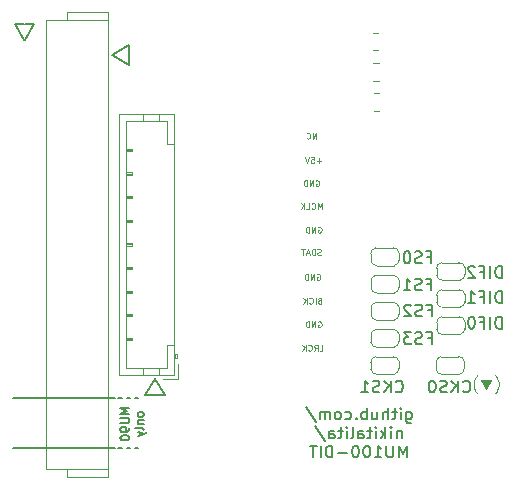
<source format=gbo>
G04 #@! TF.GenerationSoftware,KiCad,Pcbnew,(6.0.1)*
G04 #@! TF.CreationDate,2022-07-04T23:19:22-07:00*
G04 #@! TF.ProjectId,mu100-dit,6d753130-302d-4646-9974-2e6b69636164,rev?*
G04 #@! TF.SameCoordinates,Original*
G04 #@! TF.FileFunction,Legend,Bot*
G04 #@! TF.FilePolarity,Positive*
%FSLAX46Y46*%
G04 Gerber Fmt 4.6, Leading zero omitted, Abs format (unit mm)*
G04 Created by KiCad (PCBNEW (6.0.1)) date 2022-07-04 23:19:22*
%MOMM*%
%LPD*%
G01*
G04 APERTURE LIST*
%ADD10C,0.125000*%
%ADD11C,0.150000*%
%ADD12C,0.100000*%
%ADD13C,0.120000*%
%ADD14O,1.800000X1.200000*%
%ADD15R,1.350000X1.350000*%
%ADD16O,1.350000X1.350000*%
%ADD17O,1.750000X1.200000*%
%ADD18C,3.600000*%
%ADD19C,5.700000*%
%ADD20C,1.524000*%
%ADD21C,3.200000*%
%ADD22O,1.700000X1.700000*%
%ADD23R,1.700000X1.700000*%
G04 APERTURE END LIST*
D10*
X79282857Y-90826190D02*
X79282857Y-90326190D01*
X78997142Y-90826190D01*
X78997142Y-90326190D01*
X78473333Y-90778571D02*
X78497142Y-90802380D01*
X78568571Y-90826190D01*
X78616190Y-90826190D01*
X78687619Y-90802380D01*
X78735238Y-90754761D01*
X78759047Y-90707142D01*
X78782857Y-90611904D01*
X78782857Y-90540476D01*
X78759047Y-90445238D01*
X78735238Y-90397619D01*
X78687619Y-90350000D01*
X78616190Y-90326190D01*
X78568571Y-90326190D01*
X78497142Y-90350000D01*
X78473333Y-90373809D01*
D11*
X64804400Y-112563800D02*
X65634400Y-112563800D01*
X65634400Y-111153800D02*
X64814400Y-112553800D01*
X62230400Y-116975800D02*
X53630400Y-116975800D01*
X64230400Y-112775800D02*
X63930400Y-112775800D01*
X66479400Y-112563800D02*
X65664400Y-111183800D01*
X64230400Y-116975800D02*
X63930400Y-116975800D01*
X62830400Y-112775800D02*
X62530400Y-112775800D01*
X63413400Y-82912000D02*
X62033400Y-83727000D01*
X53758400Y-81097000D02*
X54573400Y-82477000D01*
X63413400Y-83742000D02*
X63413400Y-82912000D01*
X62003400Y-83757000D02*
X63403400Y-84577000D01*
X63530400Y-116975800D02*
X63230400Y-116975800D01*
X63530400Y-112775800D02*
X63230400Y-112775800D01*
X63413400Y-84587000D02*
X63413400Y-83757000D01*
X63465935Y-113618657D02*
X62715935Y-113618657D01*
X63251650Y-113868657D01*
X62715935Y-114118657D01*
X63465935Y-114118657D01*
X62715935Y-114475800D02*
X63323078Y-114475800D01*
X63394507Y-114511514D01*
X63430221Y-114547228D01*
X63465935Y-114618657D01*
X63465935Y-114761514D01*
X63430221Y-114832942D01*
X63394507Y-114868657D01*
X63323078Y-114904371D01*
X62715935Y-114904371D01*
X63465935Y-115297228D02*
X63465935Y-115440085D01*
X63430221Y-115511514D01*
X63394507Y-115547228D01*
X63287364Y-115618657D01*
X63144507Y-115654371D01*
X62858792Y-115654371D01*
X62787364Y-115618657D01*
X62751650Y-115582942D01*
X62715935Y-115511514D01*
X62715935Y-115368657D01*
X62751650Y-115297228D01*
X62787364Y-115261514D01*
X62858792Y-115225800D01*
X63037364Y-115225800D01*
X63108792Y-115261514D01*
X63144507Y-115297228D01*
X63180221Y-115368657D01*
X63180221Y-115511514D01*
X63144507Y-115582942D01*
X63108792Y-115618657D01*
X63037364Y-115654371D01*
X62715935Y-116118657D02*
X62715935Y-116190085D01*
X62751650Y-116261514D01*
X62787364Y-116297228D01*
X62858792Y-116332942D01*
X63001650Y-116368657D01*
X63180221Y-116368657D01*
X63323078Y-116332942D01*
X63394507Y-116297228D01*
X63430221Y-116261514D01*
X63465935Y-116190085D01*
X63465935Y-116118657D01*
X63430221Y-116047228D01*
X63394507Y-116011514D01*
X63323078Y-115975800D01*
X63180221Y-115940085D01*
X63001650Y-115940085D01*
X62858792Y-115975800D01*
X62787364Y-116011514D01*
X62751650Y-116047228D01*
X62715935Y-116118657D01*
X64673435Y-114100800D02*
X64637721Y-114029371D01*
X64602007Y-113993657D01*
X64530578Y-113957942D01*
X64316292Y-113957942D01*
X64244864Y-113993657D01*
X64209150Y-114029371D01*
X64173435Y-114100800D01*
X64173435Y-114207942D01*
X64209150Y-114279371D01*
X64244864Y-114315085D01*
X64316292Y-114350800D01*
X64530578Y-114350800D01*
X64602007Y-114315085D01*
X64637721Y-114279371D01*
X64673435Y-114207942D01*
X64673435Y-114100800D01*
X64173435Y-114672228D02*
X64673435Y-114672228D01*
X64244864Y-114672228D02*
X64209150Y-114707942D01*
X64173435Y-114779371D01*
X64173435Y-114886514D01*
X64209150Y-114957942D01*
X64280578Y-114993657D01*
X64673435Y-114993657D01*
X64673435Y-115457942D02*
X64637721Y-115386514D01*
X64566292Y-115350800D01*
X63923435Y-115350800D01*
X64173435Y-115672228D02*
X64673435Y-115850800D01*
X64173435Y-116029371D02*
X64673435Y-115850800D01*
X64852007Y-115779371D01*
X64887721Y-115743657D01*
X64923435Y-115672228D01*
X54588400Y-81097000D02*
X53758400Y-81097000D01*
X62230400Y-112775800D02*
X53630400Y-112775800D01*
X55433400Y-81097000D02*
X54603400Y-81097000D01*
X65649400Y-112563800D02*
X66479400Y-112563800D01*
X62830400Y-116975800D02*
X62530400Y-116975800D01*
X54603400Y-82507000D02*
X55423400Y-81107000D01*
D10*
X79260952Y-94372000D02*
X79308571Y-94348190D01*
X79380000Y-94348190D01*
X79451428Y-94372000D01*
X79499047Y-94419619D01*
X79522857Y-94467238D01*
X79546666Y-94562476D01*
X79546666Y-94633904D01*
X79522857Y-94729142D01*
X79499047Y-94776761D01*
X79451428Y-94824380D01*
X79380000Y-94848190D01*
X79332380Y-94848190D01*
X79260952Y-94824380D01*
X79237142Y-94800571D01*
X79237142Y-94633904D01*
X79332380Y-94633904D01*
X79022857Y-94848190D02*
X79022857Y-94348190D01*
X78737142Y-94848190D01*
X78737142Y-94348190D01*
X78499047Y-94848190D02*
X78499047Y-94348190D01*
X78380000Y-94348190D01*
X78308571Y-94372000D01*
X78260952Y-94419619D01*
X78237142Y-94467238D01*
X78213333Y-94562476D01*
X78213333Y-94633904D01*
X78237142Y-94729142D01*
X78260952Y-94776761D01*
X78308571Y-94824380D01*
X78380000Y-94848190D01*
X78499047Y-94848190D01*
X79460952Y-106302000D02*
X79508571Y-106278190D01*
X79580000Y-106278190D01*
X79651428Y-106302000D01*
X79699047Y-106349619D01*
X79722857Y-106397238D01*
X79746666Y-106492476D01*
X79746666Y-106563904D01*
X79722857Y-106659142D01*
X79699047Y-106706761D01*
X79651428Y-106754380D01*
X79580000Y-106778190D01*
X79532380Y-106778190D01*
X79460952Y-106754380D01*
X79437142Y-106730571D01*
X79437142Y-106563904D01*
X79532380Y-106563904D01*
X79222857Y-106778190D02*
X79222857Y-106278190D01*
X78937142Y-106778190D01*
X78937142Y-106278190D01*
X78699047Y-106778190D02*
X78699047Y-106278190D01*
X78580000Y-106278190D01*
X78508571Y-106302000D01*
X78460952Y-106349619D01*
X78437142Y-106397238D01*
X78413333Y-106492476D01*
X78413333Y-106563904D01*
X78437142Y-106659142D01*
X78460952Y-106706761D01*
X78508571Y-106754380D01*
X78580000Y-106778190D01*
X78699047Y-106778190D01*
X79575238Y-108778190D02*
X79813333Y-108778190D01*
X79813333Y-108278190D01*
X79122857Y-108778190D02*
X79289523Y-108540095D01*
X79408571Y-108778190D02*
X79408571Y-108278190D01*
X79218095Y-108278190D01*
X79170476Y-108302000D01*
X79146666Y-108325809D01*
X79122857Y-108373428D01*
X79122857Y-108444857D01*
X79146666Y-108492476D01*
X79170476Y-108516285D01*
X79218095Y-108540095D01*
X79408571Y-108540095D01*
X78622857Y-108730571D02*
X78646666Y-108754380D01*
X78718095Y-108778190D01*
X78765714Y-108778190D01*
X78837142Y-108754380D01*
X78884761Y-108706761D01*
X78908571Y-108659142D01*
X78932380Y-108563904D01*
X78932380Y-108492476D01*
X78908571Y-108397238D01*
X78884761Y-108349619D01*
X78837142Y-108302000D01*
X78765714Y-108278190D01*
X78718095Y-108278190D01*
X78646666Y-108302000D01*
X78622857Y-108325809D01*
X78408571Y-108778190D02*
X78408571Y-108278190D01*
X78122857Y-108778190D02*
X78337142Y-108492476D01*
X78122857Y-108278190D02*
X78408571Y-108563904D01*
D11*
X91722857Y-112209142D02*
X91770476Y-112256761D01*
X91913333Y-112304380D01*
X92008571Y-112304380D01*
X92151428Y-112256761D01*
X92246666Y-112161523D01*
X92294285Y-112066285D01*
X92341904Y-111875809D01*
X92341904Y-111732952D01*
X92294285Y-111542476D01*
X92246666Y-111447238D01*
X92151428Y-111352000D01*
X92008571Y-111304380D01*
X91913333Y-111304380D01*
X91770476Y-111352000D01*
X91722857Y-111399619D01*
X91294285Y-112304380D02*
X91294285Y-111304380D01*
X90722857Y-112304380D02*
X91151428Y-111732952D01*
X90722857Y-111304380D02*
X91294285Y-111875809D01*
X90341904Y-112256761D02*
X90199047Y-112304380D01*
X89960952Y-112304380D01*
X89865714Y-112256761D01*
X89818095Y-112209142D01*
X89770476Y-112113904D01*
X89770476Y-112018666D01*
X89818095Y-111923428D01*
X89865714Y-111875809D01*
X89960952Y-111828190D01*
X90151428Y-111780571D01*
X90246666Y-111732952D01*
X90294285Y-111685333D01*
X90341904Y-111590095D01*
X90341904Y-111494857D01*
X90294285Y-111399619D01*
X90246666Y-111352000D01*
X90151428Y-111304380D01*
X89913333Y-111304380D01*
X89770476Y-111352000D01*
X89151428Y-111304380D02*
X89056190Y-111304380D01*
X88960952Y-111352000D01*
X88913333Y-111399619D01*
X88865714Y-111494857D01*
X88818095Y-111685333D01*
X88818095Y-111923428D01*
X88865714Y-112113904D01*
X88913333Y-112209142D01*
X88960952Y-112256761D01*
X89056190Y-112304380D01*
X89151428Y-112304380D01*
X89246666Y-112256761D01*
X89294285Y-112209142D01*
X89341904Y-112113904D01*
X89389523Y-111923428D01*
X89389523Y-111685333D01*
X89341904Y-111494857D01*
X89294285Y-111399619D01*
X89246666Y-111352000D01*
X89151428Y-111304380D01*
D12*
X94441904Y-112385333D02*
X94489523Y-112337714D01*
X94584761Y-112194857D01*
X94632380Y-112099619D01*
X94680000Y-111956761D01*
X94727619Y-111718666D01*
X94727619Y-111528190D01*
X94680000Y-111290095D01*
X94632380Y-111147238D01*
X94584761Y-111052000D01*
X94489523Y-110909142D01*
X94441904Y-110861523D01*
X93299047Y-111290095D02*
X93299047Y-111242476D01*
X93346666Y-111385333D02*
X93346666Y-111242476D01*
X93394285Y-111480571D02*
X93394285Y-111242476D01*
X93441904Y-111575809D02*
X93441904Y-111242476D01*
X93489523Y-111623428D02*
X93489523Y-111242476D01*
X93537142Y-111718666D02*
X93537142Y-111242476D01*
X93584761Y-111813904D02*
X93584761Y-111242476D01*
X93632380Y-111909142D02*
X93632380Y-111242476D01*
X93680000Y-112004380D02*
X93680000Y-111242476D01*
X93727619Y-111909142D02*
X93727619Y-111242476D01*
X93775238Y-111813904D02*
X93775238Y-111242476D01*
X93822857Y-111718666D02*
X93822857Y-111242476D01*
X93870476Y-111623428D02*
X93870476Y-111242476D01*
X93918095Y-111575809D02*
X93918095Y-111242476D01*
X93965714Y-111480571D02*
X93965714Y-111242476D01*
X94013333Y-111385333D02*
X94013333Y-111242476D01*
X94060952Y-111242476D02*
X93680000Y-111956761D01*
X93299047Y-111242476D01*
X94060952Y-111290095D02*
X94060952Y-111242476D01*
X93680000Y-112004380D02*
X94108571Y-111242476D01*
X93251428Y-111242476D01*
X93680000Y-112004380D01*
X92918095Y-112385333D02*
X92870476Y-112337714D01*
X92775238Y-112194857D01*
X92727619Y-112099619D01*
X92680000Y-111956761D01*
X92632380Y-111718666D01*
X92632380Y-111528190D01*
X92680000Y-111290095D01*
X92727619Y-111147238D01*
X92775238Y-111052000D01*
X92870476Y-110909142D01*
X92918095Y-110861523D01*
D11*
X95004285Y-106904380D02*
X95004285Y-105904380D01*
X94766190Y-105904380D01*
X94623333Y-105952000D01*
X94528095Y-106047238D01*
X94480476Y-106142476D01*
X94432857Y-106332952D01*
X94432857Y-106475809D01*
X94480476Y-106666285D01*
X94528095Y-106761523D01*
X94623333Y-106856761D01*
X94766190Y-106904380D01*
X95004285Y-106904380D01*
X94004285Y-106904380D02*
X94004285Y-105904380D01*
X93194762Y-106380571D02*
X93528095Y-106380571D01*
X93528095Y-106904380D02*
X93528095Y-105904380D01*
X93051904Y-105904380D01*
X92480476Y-105904380D02*
X92385238Y-105904380D01*
X92290000Y-105952000D01*
X92242381Y-105999619D01*
X92194762Y-106094857D01*
X92147143Y-106285333D01*
X92147143Y-106523428D01*
X92194762Y-106713904D01*
X92242381Y-106809142D01*
X92290000Y-106856761D01*
X92385238Y-106904380D01*
X92480476Y-106904380D01*
X92575714Y-106856761D01*
X92623333Y-106809142D01*
X92670952Y-106713904D01*
X92718571Y-106523428D01*
X92718571Y-106285333D01*
X92670952Y-106094857D01*
X92623333Y-105999619D01*
X92575714Y-105952000D01*
X92480476Y-105904380D01*
X95004285Y-102599380D02*
X95004285Y-101599380D01*
X94766190Y-101599380D01*
X94623333Y-101647000D01*
X94528095Y-101742238D01*
X94480476Y-101837476D01*
X94432857Y-102027952D01*
X94432857Y-102170809D01*
X94480476Y-102361285D01*
X94528095Y-102456523D01*
X94623333Y-102551761D01*
X94766190Y-102599380D01*
X95004285Y-102599380D01*
X94004285Y-102599380D02*
X94004285Y-101599380D01*
X93194762Y-102075571D02*
X93528095Y-102075571D01*
X93528095Y-102599380D02*
X93528095Y-101599380D01*
X93051904Y-101599380D01*
X92718571Y-101694619D02*
X92670952Y-101647000D01*
X92575714Y-101599380D01*
X92337619Y-101599380D01*
X92242381Y-101647000D01*
X92194762Y-101694619D01*
X92147143Y-101789857D01*
X92147143Y-101885095D01*
X92194762Y-102027952D01*
X92766190Y-102599380D01*
X92147143Y-102599380D01*
D10*
X79749047Y-96778190D02*
X79749047Y-96278190D01*
X79582380Y-96635333D01*
X79415714Y-96278190D01*
X79415714Y-96778190D01*
X78891904Y-96730571D02*
X78915714Y-96754380D01*
X78987142Y-96778190D01*
X79034761Y-96778190D01*
X79106190Y-96754380D01*
X79153809Y-96706761D01*
X79177619Y-96659142D01*
X79201428Y-96563904D01*
X79201428Y-96492476D01*
X79177619Y-96397238D01*
X79153809Y-96349619D01*
X79106190Y-96302000D01*
X79034761Y-96278190D01*
X78987142Y-96278190D01*
X78915714Y-96302000D01*
X78891904Y-96325809D01*
X78439523Y-96778190D02*
X78677619Y-96778190D01*
X78677619Y-96278190D01*
X78272857Y-96778190D02*
X78272857Y-96278190D01*
X77987142Y-96778190D02*
X78201428Y-96492476D01*
X77987142Y-96278190D02*
X78272857Y-96563904D01*
X79563333Y-104516285D02*
X79491904Y-104540095D01*
X79468095Y-104563904D01*
X79444285Y-104611523D01*
X79444285Y-104682952D01*
X79468095Y-104730571D01*
X79491904Y-104754380D01*
X79539523Y-104778190D01*
X79730000Y-104778190D01*
X79730000Y-104278190D01*
X79563333Y-104278190D01*
X79515714Y-104302000D01*
X79491904Y-104325809D01*
X79468095Y-104373428D01*
X79468095Y-104421047D01*
X79491904Y-104468666D01*
X79515714Y-104492476D01*
X79563333Y-104516285D01*
X79730000Y-104516285D01*
X79230000Y-104778190D02*
X79230000Y-104278190D01*
X78706190Y-104730571D02*
X78730000Y-104754380D01*
X78801428Y-104778190D01*
X78849047Y-104778190D01*
X78920476Y-104754380D01*
X78968095Y-104706761D01*
X78991904Y-104659142D01*
X79015714Y-104563904D01*
X79015714Y-104492476D01*
X78991904Y-104397238D01*
X78968095Y-104349619D01*
X78920476Y-104302000D01*
X78849047Y-104278190D01*
X78801428Y-104278190D01*
X78730000Y-104302000D01*
X78706190Y-104325809D01*
X78491904Y-104778190D02*
X78491904Y-104278190D01*
X78206190Y-104778190D02*
X78420476Y-104492476D01*
X78206190Y-104278190D02*
X78491904Y-104563904D01*
X79360952Y-102302000D02*
X79408571Y-102278190D01*
X79480000Y-102278190D01*
X79551428Y-102302000D01*
X79599047Y-102349619D01*
X79622857Y-102397238D01*
X79646666Y-102492476D01*
X79646666Y-102563904D01*
X79622857Y-102659142D01*
X79599047Y-102706761D01*
X79551428Y-102754380D01*
X79480000Y-102778190D01*
X79432380Y-102778190D01*
X79360952Y-102754380D01*
X79337142Y-102730571D01*
X79337142Y-102563904D01*
X79432380Y-102563904D01*
X79122857Y-102778190D02*
X79122857Y-102278190D01*
X78837142Y-102778190D01*
X78837142Y-102278190D01*
X78599047Y-102778190D02*
X78599047Y-102278190D01*
X78480000Y-102278190D01*
X78408571Y-102302000D01*
X78360952Y-102349619D01*
X78337142Y-102397238D01*
X78313333Y-102492476D01*
X78313333Y-102563904D01*
X78337142Y-102659142D01*
X78360952Y-102706761D01*
X78408571Y-102754380D01*
X78480000Y-102778190D01*
X78599047Y-102778190D01*
D11*
X88729523Y-105350571D02*
X89062857Y-105350571D01*
X89062857Y-105874380D02*
X89062857Y-104874380D01*
X88586666Y-104874380D01*
X88253333Y-105826761D02*
X88110476Y-105874380D01*
X87872380Y-105874380D01*
X87777142Y-105826761D01*
X87729523Y-105779142D01*
X87681904Y-105683904D01*
X87681904Y-105588666D01*
X87729523Y-105493428D01*
X87777142Y-105445809D01*
X87872380Y-105398190D01*
X88062857Y-105350571D01*
X88158095Y-105302952D01*
X88205714Y-105255333D01*
X88253333Y-105160095D01*
X88253333Y-105064857D01*
X88205714Y-104969619D01*
X88158095Y-104922000D01*
X88062857Y-104874380D01*
X87824761Y-104874380D01*
X87681904Y-104922000D01*
X87300952Y-104969619D02*
X87253333Y-104922000D01*
X87158095Y-104874380D01*
X86920000Y-104874380D01*
X86824761Y-104922000D01*
X86777142Y-104969619D01*
X86729523Y-105064857D01*
X86729523Y-105160095D01*
X86777142Y-105302952D01*
X87348571Y-105874380D01*
X86729523Y-105874380D01*
D10*
X79460952Y-98302000D02*
X79508571Y-98278190D01*
X79580000Y-98278190D01*
X79651428Y-98302000D01*
X79699047Y-98349619D01*
X79722857Y-98397238D01*
X79746666Y-98492476D01*
X79746666Y-98563904D01*
X79722857Y-98659142D01*
X79699047Y-98706761D01*
X79651428Y-98754380D01*
X79580000Y-98778190D01*
X79532380Y-98778190D01*
X79460952Y-98754380D01*
X79437142Y-98730571D01*
X79437142Y-98563904D01*
X79532380Y-98563904D01*
X79222857Y-98778190D02*
X79222857Y-98278190D01*
X78937142Y-98778190D01*
X78937142Y-98278190D01*
X78699047Y-98778190D02*
X78699047Y-98278190D01*
X78580000Y-98278190D01*
X78508571Y-98302000D01*
X78460952Y-98349619D01*
X78437142Y-98397238D01*
X78413333Y-98492476D01*
X78413333Y-98563904D01*
X78437142Y-98659142D01*
X78460952Y-98706761D01*
X78508571Y-98754380D01*
X78580000Y-98778190D01*
X78699047Y-98778190D01*
D11*
X86906190Y-113927714D02*
X86906190Y-114737238D01*
X86953809Y-114832476D01*
X87001428Y-114880095D01*
X87096666Y-114927714D01*
X87239523Y-114927714D01*
X87334761Y-114880095D01*
X86906190Y-114546761D02*
X87001428Y-114594380D01*
X87191904Y-114594380D01*
X87287142Y-114546761D01*
X87334761Y-114499142D01*
X87382380Y-114403904D01*
X87382380Y-114118190D01*
X87334761Y-114022952D01*
X87287142Y-113975333D01*
X87191904Y-113927714D01*
X87001428Y-113927714D01*
X86906190Y-113975333D01*
X86430000Y-114594380D02*
X86430000Y-113927714D01*
X86430000Y-113594380D02*
X86477619Y-113642000D01*
X86430000Y-113689619D01*
X86382380Y-113642000D01*
X86430000Y-113594380D01*
X86430000Y-113689619D01*
X86096666Y-113927714D02*
X85715714Y-113927714D01*
X85953809Y-113594380D02*
X85953809Y-114451523D01*
X85906190Y-114546761D01*
X85810952Y-114594380D01*
X85715714Y-114594380D01*
X85382380Y-114594380D02*
X85382380Y-113594380D01*
X84953809Y-114594380D02*
X84953809Y-114070571D01*
X85001428Y-113975333D01*
X85096666Y-113927714D01*
X85239523Y-113927714D01*
X85334761Y-113975333D01*
X85382380Y-114022952D01*
X84049047Y-113927714D02*
X84049047Y-114594380D01*
X84477619Y-113927714D02*
X84477619Y-114451523D01*
X84430000Y-114546761D01*
X84334761Y-114594380D01*
X84191904Y-114594380D01*
X84096666Y-114546761D01*
X84049047Y-114499142D01*
X83572857Y-114594380D02*
X83572857Y-113594380D01*
X83572857Y-113975333D02*
X83477619Y-113927714D01*
X83287142Y-113927714D01*
X83191904Y-113975333D01*
X83144285Y-114022952D01*
X83096666Y-114118190D01*
X83096666Y-114403904D01*
X83144285Y-114499142D01*
X83191904Y-114546761D01*
X83287142Y-114594380D01*
X83477619Y-114594380D01*
X83572857Y-114546761D01*
X82668095Y-114499142D02*
X82620476Y-114546761D01*
X82668095Y-114594380D01*
X82715714Y-114546761D01*
X82668095Y-114499142D01*
X82668095Y-114594380D01*
X81763333Y-114546761D02*
X81858571Y-114594380D01*
X82049047Y-114594380D01*
X82144285Y-114546761D01*
X82191904Y-114499142D01*
X82239523Y-114403904D01*
X82239523Y-114118190D01*
X82191904Y-114022952D01*
X82144285Y-113975333D01*
X82049047Y-113927714D01*
X81858571Y-113927714D01*
X81763333Y-113975333D01*
X81191904Y-114594380D02*
X81287142Y-114546761D01*
X81334761Y-114499142D01*
X81382380Y-114403904D01*
X81382380Y-114118190D01*
X81334761Y-114022952D01*
X81287142Y-113975333D01*
X81191904Y-113927714D01*
X81049047Y-113927714D01*
X80953809Y-113975333D01*
X80906190Y-114022952D01*
X80858571Y-114118190D01*
X80858571Y-114403904D01*
X80906190Y-114499142D01*
X80953809Y-114546761D01*
X81049047Y-114594380D01*
X81191904Y-114594380D01*
X80430000Y-114594380D02*
X80430000Y-113927714D01*
X80430000Y-114022952D02*
X80382380Y-113975333D01*
X80287142Y-113927714D01*
X80144285Y-113927714D01*
X80049047Y-113975333D01*
X80001428Y-114070571D01*
X80001428Y-114594380D01*
X80001428Y-114070571D02*
X79953809Y-113975333D01*
X79858571Y-113927714D01*
X79715714Y-113927714D01*
X79620476Y-113975333D01*
X79572857Y-114070571D01*
X79572857Y-114594380D01*
X78382380Y-113546761D02*
X79239523Y-114832476D01*
X86525238Y-115537714D02*
X86525238Y-116204380D01*
X86525238Y-115632952D02*
X86477619Y-115585333D01*
X86382380Y-115537714D01*
X86239523Y-115537714D01*
X86144285Y-115585333D01*
X86096666Y-115680571D01*
X86096666Y-116204380D01*
X85620476Y-116204380D02*
X85620476Y-115537714D01*
X85620476Y-115204380D02*
X85668095Y-115252000D01*
X85620476Y-115299619D01*
X85572857Y-115252000D01*
X85620476Y-115204380D01*
X85620476Y-115299619D01*
X85144285Y-116204380D02*
X85144285Y-115204380D01*
X85049047Y-115823428D02*
X84763333Y-116204380D01*
X84763333Y-115537714D02*
X85144285Y-115918666D01*
X84334761Y-116204380D02*
X84334761Y-115537714D01*
X84334761Y-115204380D02*
X84382380Y-115252000D01*
X84334761Y-115299619D01*
X84287142Y-115252000D01*
X84334761Y-115204380D01*
X84334761Y-115299619D01*
X84001428Y-115537714D02*
X83620476Y-115537714D01*
X83858571Y-115204380D02*
X83858571Y-116061523D01*
X83810952Y-116156761D01*
X83715714Y-116204380D01*
X83620476Y-116204380D01*
X82858571Y-116204380D02*
X82858571Y-115680571D01*
X82906190Y-115585333D01*
X83001428Y-115537714D01*
X83191904Y-115537714D01*
X83287142Y-115585333D01*
X82858571Y-116156761D02*
X82953809Y-116204380D01*
X83191904Y-116204380D01*
X83287142Y-116156761D01*
X83334761Y-116061523D01*
X83334761Y-115966285D01*
X83287142Y-115871047D01*
X83191904Y-115823428D01*
X82953809Y-115823428D01*
X82858571Y-115775809D01*
X82239523Y-116204380D02*
X82334761Y-116156761D01*
X82382380Y-116061523D01*
X82382380Y-115204380D01*
X81858571Y-116204380D02*
X81858571Y-115537714D01*
X81858571Y-115204380D02*
X81906190Y-115252000D01*
X81858571Y-115299619D01*
X81810952Y-115252000D01*
X81858571Y-115204380D01*
X81858571Y-115299619D01*
X81525238Y-115537714D02*
X81144285Y-115537714D01*
X81382380Y-115204380D02*
X81382380Y-116061523D01*
X81334761Y-116156761D01*
X81239523Y-116204380D01*
X81144285Y-116204380D01*
X80382380Y-116204380D02*
X80382380Y-115680571D01*
X80430000Y-115585333D01*
X80525238Y-115537714D01*
X80715714Y-115537714D01*
X80810952Y-115585333D01*
X80382380Y-116156761D02*
X80477619Y-116204380D01*
X80715714Y-116204380D01*
X80810952Y-116156761D01*
X80858571Y-116061523D01*
X80858571Y-115966285D01*
X80810952Y-115871047D01*
X80715714Y-115823428D01*
X80477619Y-115823428D01*
X80382380Y-115775809D01*
X79191904Y-115156761D02*
X80049047Y-116442476D01*
X86953809Y-117814380D02*
X86953809Y-116814380D01*
X86620476Y-117528666D01*
X86287142Y-116814380D01*
X86287142Y-117814380D01*
X85810952Y-116814380D02*
X85810952Y-117623904D01*
X85763333Y-117719142D01*
X85715714Y-117766761D01*
X85620476Y-117814380D01*
X85430000Y-117814380D01*
X85334761Y-117766761D01*
X85287142Y-117719142D01*
X85239523Y-117623904D01*
X85239523Y-116814380D01*
X84239523Y-117814380D02*
X84810952Y-117814380D01*
X84525238Y-117814380D02*
X84525238Y-116814380D01*
X84620476Y-116957238D01*
X84715714Y-117052476D01*
X84810952Y-117100095D01*
X83620476Y-116814380D02*
X83525238Y-116814380D01*
X83430000Y-116862000D01*
X83382380Y-116909619D01*
X83334761Y-117004857D01*
X83287142Y-117195333D01*
X83287142Y-117433428D01*
X83334761Y-117623904D01*
X83382380Y-117719142D01*
X83430000Y-117766761D01*
X83525238Y-117814380D01*
X83620476Y-117814380D01*
X83715714Y-117766761D01*
X83763333Y-117719142D01*
X83810952Y-117623904D01*
X83858571Y-117433428D01*
X83858571Y-117195333D01*
X83810952Y-117004857D01*
X83763333Y-116909619D01*
X83715714Y-116862000D01*
X83620476Y-116814380D01*
X82668095Y-116814380D02*
X82572857Y-116814380D01*
X82477619Y-116862000D01*
X82430000Y-116909619D01*
X82382380Y-117004857D01*
X82334761Y-117195333D01*
X82334761Y-117433428D01*
X82382380Y-117623904D01*
X82430000Y-117719142D01*
X82477619Y-117766761D01*
X82572857Y-117814380D01*
X82668095Y-117814380D01*
X82763333Y-117766761D01*
X82810952Y-117719142D01*
X82858571Y-117623904D01*
X82906190Y-117433428D01*
X82906190Y-117195333D01*
X82858571Y-117004857D01*
X82810952Y-116909619D01*
X82763333Y-116862000D01*
X82668095Y-116814380D01*
X81906190Y-117433428D02*
X81144285Y-117433428D01*
X80668095Y-117814380D02*
X80668095Y-116814380D01*
X80430000Y-116814380D01*
X80287142Y-116862000D01*
X80191904Y-116957238D01*
X80144285Y-117052476D01*
X80096666Y-117242952D01*
X80096666Y-117385809D01*
X80144285Y-117576285D01*
X80191904Y-117671523D01*
X80287142Y-117766761D01*
X80430000Y-117814380D01*
X80668095Y-117814380D01*
X79668095Y-117814380D02*
X79668095Y-116814380D01*
X79334761Y-116814380D02*
X78763333Y-116814380D01*
X79049047Y-117814380D02*
X79049047Y-116814380D01*
X88689523Y-100840571D02*
X89022857Y-100840571D01*
X89022857Y-101364380D02*
X89022857Y-100364380D01*
X88546666Y-100364380D01*
X88213333Y-101316761D02*
X88070476Y-101364380D01*
X87832380Y-101364380D01*
X87737142Y-101316761D01*
X87689523Y-101269142D01*
X87641904Y-101173904D01*
X87641904Y-101078666D01*
X87689523Y-100983428D01*
X87737142Y-100935809D01*
X87832380Y-100888190D01*
X88022857Y-100840571D01*
X88118095Y-100792952D01*
X88165714Y-100745333D01*
X88213333Y-100650095D01*
X88213333Y-100554857D01*
X88165714Y-100459619D01*
X88118095Y-100412000D01*
X88022857Y-100364380D01*
X87784761Y-100364380D01*
X87641904Y-100412000D01*
X87022857Y-100364380D02*
X86927619Y-100364380D01*
X86832380Y-100412000D01*
X86784761Y-100459619D01*
X86737142Y-100554857D01*
X86689523Y-100745333D01*
X86689523Y-100983428D01*
X86737142Y-101173904D01*
X86784761Y-101269142D01*
X86832380Y-101316761D01*
X86927619Y-101364380D01*
X87022857Y-101364380D01*
X87118095Y-101316761D01*
X87165714Y-101269142D01*
X87213333Y-101173904D01*
X87260952Y-100983428D01*
X87260952Y-100745333D01*
X87213333Y-100554857D01*
X87165714Y-100459619D01*
X87118095Y-100412000D01*
X87022857Y-100364380D01*
D10*
X79677619Y-100654380D02*
X79606190Y-100678190D01*
X79487142Y-100678190D01*
X79439523Y-100654380D01*
X79415714Y-100630571D01*
X79391904Y-100582952D01*
X79391904Y-100535333D01*
X79415714Y-100487714D01*
X79439523Y-100463904D01*
X79487142Y-100440095D01*
X79582380Y-100416285D01*
X79630000Y-100392476D01*
X79653809Y-100368666D01*
X79677619Y-100321047D01*
X79677619Y-100273428D01*
X79653809Y-100225809D01*
X79630000Y-100202000D01*
X79582380Y-100178190D01*
X79463333Y-100178190D01*
X79391904Y-100202000D01*
X79177619Y-100678190D02*
X79177619Y-100178190D01*
X79058571Y-100178190D01*
X78987142Y-100202000D01*
X78939523Y-100249619D01*
X78915714Y-100297238D01*
X78891904Y-100392476D01*
X78891904Y-100463904D01*
X78915714Y-100559142D01*
X78939523Y-100606761D01*
X78987142Y-100654380D01*
X79058571Y-100678190D01*
X79177619Y-100678190D01*
X78701428Y-100535333D02*
X78463333Y-100535333D01*
X78749047Y-100678190D02*
X78582380Y-100178190D01*
X78415714Y-100678190D01*
X78320476Y-100178190D02*
X78034761Y-100178190D01*
X78177619Y-100678190D02*
X78177619Y-100178190D01*
X79722857Y-92687714D02*
X79341904Y-92687714D01*
X79532380Y-92878190D02*
X79532380Y-92497238D01*
X78865714Y-92378190D02*
X79103809Y-92378190D01*
X79127619Y-92616285D01*
X79103809Y-92592476D01*
X79056190Y-92568666D01*
X78937142Y-92568666D01*
X78889523Y-92592476D01*
X78865714Y-92616285D01*
X78841904Y-92663904D01*
X78841904Y-92782952D01*
X78865714Y-92830571D01*
X78889523Y-92854380D01*
X78937142Y-92878190D01*
X79056190Y-92878190D01*
X79103809Y-92854380D01*
X79127619Y-92830571D01*
X78699047Y-92378190D02*
X78532380Y-92878190D01*
X78365714Y-92378190D01*
D11*
X95004285Y-104729380D02*
X95004285Y-103729380D01*
X94766190Y-103729380D01*
X94623333Y-103777000D01*
X94528095Y-103872238D01*
X94480476Y-103967476D01*
X94432857Y-104157952D01*
X94432857Y-104300809D01*
X94480476Y-104491285D01*
X94528095Y-104586523D01*
X94623333Y-104681761D01*
X94766190Y-104729380D01*
X95004285Y-104729380D01*
X94004285Y-104729380D02*
X94004285Y-103729380D01*
X93194762Y-104205571D02*
X93528095Y-104205571D01*
X93528095Y-104729380D02*
X93528095Y-103729380D01*
X93051904Y-103729380D01*
X92147143Y-104729380D02*
X92718571Y-104729380D01*
X92432857Y-104729380D02*
X92432857Y-103729380D01*
X92528095Y-103872238D01*
X92623333Y-103967476D01*
X92718571Y-104015095D01*
X88719523Y-107690571D02*
X89052857Y-107690571D01*
X89052857Y-108214380D02*
X89052857Y-107214380D01*
X88576666Y-107214380D01*
X88243333Y-108166761D02*
X88100476Y-108214380D01*
X87862380Y-108214380D01*
X87767142Y-108166761D01*
X87719523Y-108119142D01*
X87671904Y-108023904D01*
X87671904Y-107928666D01*
X87719523Y-107833428D01*
X87767142Y-107785809D01*
X87862380Y-107738190D01*
X88052857Y-107690571D01*
X88148095Y-107642952D01*
X88195714Y-107595333D01*
X88243333Y-107500095D01*
X88243333Y-107404857D01*
X88195714Y-107309619D01*
X88148095Y-107262000D01*
X88052857Y-107214380D01*
X87814761Y-107214380D01*
X87671904Y-107262000D01*
X87338571Y-107214380D02*
X86719523Y-107214380D01*
X87052857Y-107595333D01*
X86910000Y-107595333D01*
X86814761Y-107642952D01*
X86767142Y-107690571D01*
X86719523Y-107785809D01*
X86719523Y-108023904D01*
X86767142Y-108119142D01*
X86814761Y-108166761D01*
X86910000Y-108214380D01*
X87195714Y-108214380D01*
X87290952Y-108166761D01*
X87338571Y-108119142D01*
X86022857Y-112209142D02*
X86070476Y-112256761D01*
X86213333Y-112304380D01*
X86308571Y-112304380D01*
X86451428Y-112256761D01*
X86546666Y-112161523D01*
X86594285Y-112066285D01*
X86641904Y-111875809D01*
X86641904Y-111732952D01*
X86594285Y-111542476D01*
X86546666Y-111447238D01*
X86451428Y-111352000D01*
X86308571Y-111304380D01*
X86213333Y-111304380D01*
X86070476Y-111352000D01*
X86022857Y-111399619D01*
X85594285Y-112304380D02*
X85594285Y-111304380D01*
X85022857Y-112304380D02*
X85451428Y-111732952D01*
X85022857Y-111304380D02*
X85594285Y-111875809D01*
X84641904Y-112256761D02*
X84499047Y-112304380D01*
X84260952Y-112304380D01*
X84165714Y-112256761D01*
X84118095Y-112209142D01*
X84070476Y-112113904D01*
X84070476Y-112018666D01*
X84118095Y-111923428D01*
X84165714Y-111875809D01*
X84260952Y-111828190D01*
X84451428Y-111780571D01*
X84546666Y-111732952D01*
X84594285Y-111685333D01*
X84641904Y-111590095D01*
X84641904Y-111494857D01*
X84594285Y-111399619D01*
X84546666Y-111352000D01*
X84451428Y-111304380D01*
X84213333Y-111304380D01*
X84070476Y-111352000D01*
X83118095Y-112304380D02*
X83689523Y-112304380D01*
X83403809Y-112304380D02*
X83403809Y-111304380D01*
X83499047Y-111447238D01*
X83594285Y-111542476D01*
X83689523Y-111590095D01*
X88689523Y-103140571D02*
X89022857Y-103140571D01*
X89022857Y-103664380D02*
X89022857Y-102664380D01*
X88546666Y-102664380D01*
X88213333Y-103616761D02*
X88070476Y-103664380D01*
X87832380Y-103664380D01*
X87737142Y-103616761D01*
X87689523Y-103569142D01*
X87641904Y-103473904D01*
X87641904Y-103378666D01*
X87689523Y-103283428D01*
X87737142Y-103235809D01*
X87832380Y-103188190D01*
X88022857Y-103140571D01*
X88118095Y-103092952D01*
X88165714Y-103045333D01*
X88213333Y-102950095D01*
X88213333Y-102854857D01*
X88165714Y-102759619D01*
X88118095Y-102712000D01*
X88022857Y-102664380D01*
X87784761Y-102664380D01*
X87641904Y-102712000D01*
X86689523Y-103664380D02*
X87260952Y-103664380D01*
X86975238Y-103664380D02*
X86975238Y-102664380D01*
X87070476Y-102807238D01*
X87165714Y-102902476D01*
X87260952Y-102950095D01*
D13*
X61653400Y-80137000D02*
X58153400Y-80137000D01*
X58153400Y-80137000D02*
X58153400Y-80787000D01*
X61653400Y-119437000D02*
X58153400Y-119437000D01*
X58153400Y-119437000D02*
X58153400Y-118787000D01*
X61653400Y-80787000D02*
X61653400Y-80137000D01*
X61653400Y-119437000D02*
X61653400Y-118787000D01*
X61653400Y-80787000D02*
X56453400Y-80787000D01*
X56453400Y-80787000D02*
X56453400Y-118787000D01*
X56453400Y-118787000D02*
X61653400Y-118787000D01*
X61653400Y-118787000D02*
X61653400Y-80787000D01*
X63663400Y-105877000D02*
X63663400Y-105677000D01*
X63163400Y-101777000D02*
X63663400Y-101777000D01*
X63163400Y-110227000D02*
X63163400Y-89327000D01*
X63663400Y-95877000D02*
X63663400Y-95677000D01*
X63663400Y-107877000D02*
X63663400Y-107677000D01*
X63663400Y-103877000D02*
X63663400Y-103677000D01*
X63663400Y-93677000D02*
X63163400Y-93677000D01*
X67573400Y-111137000D02*
X66323400Y-111137000D01*
X63663400Y-91877000D02*
X63663400Y-91677000D01*
X63163400Y-95777000D02*
X63663400Y-95777000D01*
X67273400Y-108277000D02*
X66663400Y-108277000D01*
X62553400Y-110837000D02*
X62553400Y-88717000D01*
X66663400Y-89327000D02*
X66663400Y-91277000D01*
X63163400Y-107777000D02*
X63663400Y-107777000D01*
X67573400Y-109887000D02*
X67573400Y-111137000D01*
X67273400Y-109077000D02*
X67473400Y-109077000D01*
X63163400Y-103877000D02*
X63663400Y-103877000D01*
X63663400Y-93877000D02*
X63663400Y-93677000D01*
X63663400Y-105677000D02*
X63163400Y-105677000D01*
X63163400Y-107877000D02*
X63663400Y-107877000D01*
X66663400Y-91277000D02*
X67273400Y-91277000D01*
X63663400Y-97677000D02*
X63163400Y-97677000D01*
X63163400Y-99877000D02*
X63663400Y-99877000D01*
X67273400Y-110837000D02*
X62553400Y-110837000D01*
X63663400Y-101677000D02*
X63163400Y-101677000D01*
X63163400Y-95877000D02*
X63663400Y-95877000D01*
X63163400Y-97777000D02*
X63663400Y-97777000D01*
X66663400Y-108277000D02*
X66663400Y-110227000D01*
X65963400Y-88717000D02*
X65963400Y-89327000D01*
X67473400Y-109077000D02*
X67473400Y-109377000D01*
X63663400Y-91677000D02*
X63163400Y-91677000D01*
X63663400Y-101877000D02*
X63663400Y-101677000D01*
X64663400Y-88717000D02*
X64663400Y-89327000D01*
X63163400Y-97877000D02*
X63663400Y-97877000D01*
X63163400Y-105777000D02*
X63663400Y-105777000D01*
X63663400Y-107677000D02*
X63163400Y-107677000D01*
X67373400Y-109077000D02*
X67373400Y-109377000D01*
X63163400Y-89327000D02*
X66663400Y-89327000D01*
X65963400Y-110837000D02*
X65963400Y-110227000D01*
X63663400Y-95677000D02*
X63163400Y-95677000D01*
X63163400Y-101877000D02*
X63663400Y-101877000D01*
X67273400Y-88717000D02*
X67273400Y-110837000D01*
X66663400Y-110227000D02*
X63163400Y-110227000D01*
X63163400Y-93777000D02*
X63663400Y-93777000D01*
X67473400Y-109377000D02*
X67273400Y-109377000D01*
X63163400Y-91777000D02*
X63663400Y-91777000D01*
X63663400Y-97877000D02*
X63663400Y-97677000D01*
X63163400Y-103777000D02*
X63663400Y-103777000D01*
X63163400Y-105877000D02*
X63663400Y-105877000D01*
X63663400Y-99877000D02*
X63663400Y-99677000D01*
X63163400Y-99777000D02*
X63663400Y-99777000D01*
X64663400Y-110837000D02*
X64663400Y-110227000D01*
X63163400Y-93877000D02*
X63663400Y-93877000D01*
X63163400Y-91877000D02*
X63663400Y-91877000D01*
X62553400Y-88717000D02*
X67273400Y-88717000D01*
X63663400Y-99677000D02*
X63163400Y-99677000D01*
X63663400Y-103677000D02*
X63163400Y-103677000D01*
X83920000Y-105772000D02*
G75*
G03*
X84410000Y-106182000I477059J72338D01*
G01*
X86297060Y-105089661D02*
G75*
G03*
X85807060Y-104679661I-477059J-72338D01*
G01*
X84327718Y-104684580D02*
G75*
G03*
X83917718Y-105174580I72338J-477059D01*
G01*
X85889342Y-106177081D02*
G75*
G03*
X86299342Y-105687081I-72338J477059D01*
G01*
X86297060Y-105689661D02*
X86297060Y-105089661D01*
X85810000Y-104682000D02*
X84330000Y-104682000D01*
X84410000Y-106182000D02*
X85870000Y-106182000D01*
X83920000Y-105172000D02*
X83920000Y-105772000D01*
X84597064Y-86987000D02*
X84142936Y-86987000D01*
X84597064Y-88457000D02*
X84142936Y-88457000D01*
X83920000Y-110362000D02*
G75*
G03*
X84410000Y-110772000I477059J72338D01*
G01*
X84327718Y-109274580D02*
G75*
G03*
X83917718Y-109764580I72338J-477059D01*
G01*
X85889342Y-110767081D02*
G75*
G03*
X86299342Y-110277081I-72338J477059D01*
G01*
X86297060Y-109679661D02*
G75*
G03*
X85807060Y-109269661I-477059J-72338D01*
G01*
X83920000Y-109762000D02*
X83920000Y-110362000D01*
X86297060Y-110279661D02*
X86297060Y-109679661D01*
X84410000Y-110772000D02*
X85870000Y-110772000D01*
X85810000Y-109272000D02*
X84330000Y-109272000D01*
X84327718Y-102389580D02*
G75*
G03*
X83917718Y-102879580I72338J-477059D01*
G01*
X85889342Y-103882081D02*
G75*
G03*
X86299342Y-103392081I-72338J477059D01*
G01*
X83920000Y-103477000D02*
G75*
G03*
X84410000Y-103887000I477059J72338D01*
G01*
X86297060Y-102794661D02*
G75*
G03*
X85807060Y-102384661I-477059J-72338D01*
G01*
X83920000Y-102877000D02*
X83920000Y-103477000D01*
X85810000Y-102387000D02*
X84330000Y-102387000D01*
X86297060Y-103394661D02*
X86297060Y-102794661D01*
X84410000Y-103887000D02*
X85870000Y-103887000D01*
X91867060Y-101714661D02*
G75*
G03*
X91377060Y-101304661I-477059J-72338D01*
G01*
X91459342Y-102802081D02*
G75*
G03*
X91869342Y-102312081I-72338J477059D01*
G01*
X89490000Y-102397000D02*
G75*
G03*
X89980000Y-102807000I477059J72338D01*
G01*
X89897718Y-101309580D02*
G75*
G03*
X89487718Y-101799580I72338J-477059D01*
G01*
X89980000Y-102807000D02*
X91440000Y-102807000D01*
X89490000Y-101797000D02*
X89490000Y-102397000D01*
X91867060Y-102314661D02*
X91867060Y-101714661D01*
X91380000Y-101307000D02*
X89900000Y-101307000D01*
X85889342Y-101557081D02*
G75*
G03*
X86299342Y-101067081I-72338J477059D01*
G01*
X83920000Y-101152000D02*
G75*
G03*
X84410000Y-101562000I477059J72338D01*
G01*
X86297060Y-100469661D02*
G75*
G03*
X85807060Y-100059661I-477059J-72338D01*
G01*
X84327718Y-100064580D02*
G75*
G03*
X83917718Y-100554580I72338J-477059D01*
G01*
X85810000Y-100062000D02*
X84330000Y-100062000D01*
X83920000Y-100552000D02*
X83920000Y-101152000D01*
X86297060Y-101069661D02*
X86297060Y-100469661D01*
X84410000Y-101562000D02*
X85870000Y-101562000D01*
X89897718Y-103604580D02*
G75*
G03*
X89487718Y-104094580I72338J-477059D01*
G01*
X91459342Y-105097081D02*
G75*
G03*
X91869342Y-104607081I-72338J477059D01*
G01*
X91867060Y-104009661D02*
G75*
G03*
X91377060Y-103599661I-477059J-72338D01*
G01*
X89490000Y-104692000D02*
G75*
G03*
X89980000Y-105102000I477059J72338D01*
G01*
X91380000Y-103602000D02*
X89900000Y-103602000D01*
X91867060Y-104609661D02*
X91867060Y-104009661D01*
X89490000Y-104092000D02*
X89490000Y-104692000D01*
X89980000Y-105102000D02*
X91440000Y-105102000D01*
X91817060Y-109679661D02*
G75*
G03*
X91327060Y-109269661I-477059J-72338D01*
G01*
X91409342Y-110767081D02*
G75*
G03*
X91819342Y-110277081I-72338J477059D01*
G01*
X89440000Y-110362000D02*
G75*
G03*
X89930000Y-110772000I477059J72338D01*
G01*
X89847718Y-109274580D02*
G75*
G03*
X89437718Y-109764580I72338J-477059D01*
G01*
X89930000Y-110772000D02*
X91390000Y-110772000D01*
X91330000Y-109272000D02*
X89850000Y-109272000D01*
X91817060Y-110279661D02*
X91817060Y-109679661D01*
X89440000Y-109762000D02*
X89440000Y-110362000D01*
X84092936Y-81867000D02*
X84547064Y-81867000D01*
X84092936Y-83337000D02*
X84547064Y-83337000D01*
X84611252Y-84427000D02*
X84088748Y-84427000D01*
X84611252Y-85897000D02*
X84088748Y-85897000D01*
X89490000Y-106987000D02*
G75*
G03*
X89980000Y-107397000I477059J72338D01*
G01*
X91867060Y-106304661D02*
G75*
G03*
X91377060Y-105894661I-477059J-72338D01*
G01*
X91459342Y-107392081D02*
G75*
G03*
X91869342Y-106902081I-72338J477059D01*
G01*
X89897718Y-105899580D02*
G75*
G03*
X89487718Y-106389580I72338J-477059D01*
G01*
X91867060Y-106904661D02*
X91867060Y-106304661D01*
X89980000Y-107397000D02*
X91440000Y-107397000D01*
X91380000Y-105897000D02*
X89900000Y-105897000D01*
X89490000Y-106387000D02*
X89490000Y-106987000D01*
X86297060Y-107384661D02*
G75*
G03*
X85807060Y-106974661I-477059J-72338D01*
G01*
X85889342Y-108472081D02*
G75*
G03*
X86299342Y-107982081I-72338J477059D01*
G01*
X84327718Y-106979580D02*
G75*
G03*
X83917718Y-107469580I72338J-477059D01*
G01*
X83920000Y-108067000D02*
G75*
G03*
X84410000Y-108477000I477059J72338D01*
G01*
X86297060Y-107984661D02*
X86297060Y-107384661D01*
X85810000Y-106977000D02*
X84330000Y-106977000D01*
X84410000Y-108477000D02*
X85870000Y-108477000D01*
X83920000Y-107467000D02*
X83920000Y-108067000D01*
%LPC*%
G36*
G01*
X56853400Y-83187000D02*
X58153400Y-83187000D01*
G75*
G02*
X58403400Y-83437000I0J-250000D01*
G01*
X58403400Y-84137000D01*
G75*
G02*
X58153400Y-84387000I-250000J0D01*
G01*
X56853400Y-84387000D01*
G75*
G02*
X56603400Y-84137000I0J250000D01*
G01*
X56603400Y-83437000D01*
G75*
G02*
X56853400Y-83187000I250000J0D01*
G01*
G37*
D14*
X57503400Y-85787000D03*
X57503400Y-87787000D03*
X57503400Y-89787000D03*
X57503400Y-91787000D03*
X57503400Y-93787000D03*
X57503400Y-95787000D03*
X57503400Y-97787000D03*
X57503400Y-99787000D03*
X57503400Y-101787000D03*
X57503400Y-103787000D03*
X57503400Y-105787000D03*
X57503400Y-107787000D03*
X57503400Y-109787000D03*
X57503400Y-111787000D03*
X57503400Y-113787000D03*
X57503400Y-115787000D03*
D15*
X54643400Y-83787000D03*
D16*
X54643400Y-85787000D03*
X54643400Y-87787000D03*
X54643400Y-89787000D03*
X54643400Y-91787000D03*
X54643400Y-93787000D03*
X54643400Y-95787000D03*
X54643400Y-97787000D03*
X54643400Y-99787000D03*
X54643400Y-101787000D03*
X54643400Y-103787000D03*
X54643400Y-105787000D03*
X54643400Y-107787000D03*
X54643400Y-109787000D03*
X54643400Y-111787000D03*
X54643400Y-113787000D03*
X54643400Y-115787000D03*
G36*
G01*
X66088400Y-109377000D02*
X64838400Y-109377000D01*
G75*
G02*
X64588400Y-109127000I0J250000D01*
G01*
X64588400Y-108427000D01*
G75*
G02*
X64838400Y-108177000I250000J0D01*
G01*
X66088400Y-108177000D01*
G75*
G02*
X66338400Y-108427000I0J-250000D01*
G01*
X66338400Y-109127000D01*
G75*
G02*
X66088400Y-109377000I-250000J0D01*
G01*
G37*
D17*
X65463400Y-106777000D03*
X65463400Y-104777000D03*
X65463400Y-102777000D03*
X65463400Y-100777000D03*
X65463400Y-98777000D03*
X65463400Y-96777000D03*
X65463400Y-94777000D03*
X65463400Y-92777000D03*
X65463400Y-90777000D03*
X81030000Y-108572000D03*
X81030000Y-106572000D03*
X81030000Y-104572000D03*
X81030000Y-102572000D03*
X81030000Y-100572000D03*
X81030000Y-98572000D03*
X81030000Y-96572000D03*
X81030000Y-94572000D03*
X81030000Y-92572000D03*
G36*
G01*
X80405000Y-89972000D02*
X81655000Y-89972000D01*
G75*
G02*
X81905000Y-90222000I0J-250000D01*
G01*
X81905000Y-90922000D01*
G75*
G02*
X81655000Y-91172000I-250000J0D01*
G01*
X80405000Y-91172000D01*
G75*
G02*
X80155000Y-90922000I0J250000D01*
G01*
X80155000Y-90222000D01*
G75*
G02*
X80405000Y-89972000I250000J0D01*
G01*
G37*
D18*
X91350000Y-83452000D03*
D19*
X91350000Y-83452000D03*
D20*
X86620000Y-96342000D03*
X86620000Y-93802000D03*
X86620000Y-91262000D03*
D21*
X90430000Y-97612000D03*
X90430000Y-89992000D03*
D18*
X91350000Y-116452000D03*
D19*
X91350000Y-116452000D03*
D22*
X80180000Y-83137000D03*
D23*
X80180000Y-85677000D03*
G36*
X85260000Y-104942000D02*
G01*
X85760000Y-104942000D01*
X85855671Y-104961030D01*
X85936777Y-105015223D01*
X85990970Y-105096329D01*
X86010000Y-105192000D01*
X86010000Y-105692000D01*
X85990970Y-105787671D01*
X85936777Y-105868777D01*
X85855671Y-105922970D01*
X85760000Y-105942000D01*
X85260000Y-105942000D01*
X85260000Y-104942000D01*
G37*
G36*
X84960000Y-105942000D02*
G01*
X84460000Y-105942000D01*
X84364329Y-105922970D01*
X84283223Y-105868777D01*
X84229030Y-105787671D01*
X84210000Y-105692000D01*
X84210000Y-105192000D01*
X84229030Y-105096329D01*
X84283223Y-105015223D01*
X84364329Y-104961030D01*
X84460000Y-104942000D01*
X84960000Y-104942000D01*
X84960000Y-105942000D01*
G37*
G36*
G01*
X83970000Y-87272000D02*
X83970000Y-88172000D01*
G75*
G02*
X83720000Y-88422000I-250000J0D01*
G01*
X83020000Y-88422000D01*
G75*
G02*
X82770000Y-88172000I0J250000D01*
G01*
X82770000Y-87272000D01*
G75*
G02*
X83020000Y-87022000I250000J0D01*
G01*
X83720000Y-87022000D01*
G75*
G02*
X83970000Y-87272000I0J-250000D01*
G01*
G37*
G36*
G01*
X85970000Y-87272000D02*
X85970000Y-88172000D01*
G75*
G02*
X85720000Y-88422000I-250000J0D01*
G01*
X85020000Y-88422000D01*
G75*
G02*
X84770000Y-88172000I0J250000D01*
G01*
X84770000Y-87272000D01*
G75*
G02*
X85020000Y-87022000I250000J0D01*
G01*
X85720000Y-87022000D01*
G75*
G02*
X85970000Y-87272000I0J-250000D01*
G01*
G37*
G36*
X85260000Y-109532000D02*
G01*
X85760000Y-109532000D01*
X85855671Y-109551030D01*
X85936777Y-109605223D01*
X85990970Y-109686329D01*
X86010000Y-109782000D01*
X86010000Y-110282000D01*
X85990970Y-110377671D01*
X85936777Y-110458777D01*
X85855671Y-110512970D01*
X85760000Y-110532000D01*
X85260000Y-110532000D01*
X85260000Y-109532000D01*
G37*
G36*
X84960000Y-110532000D02*
G01*
X84460000Y-110532000D01*
X84364329Y-110512970D01*
X84283223Y-110458777D01*
X84229030Y-110377671D01*
X84210000Y-110282000D01*
X84210000Y-109782000D01*
X84229030Y-109686329D01*
X84283223Y-109605223D01*
X84364329Y-109551030D01*
X84460000Y-109532000D01*
X84960000Y-109532000D01*
X84960000Y-110532000D01*
G37*
G36*
X85260000Y-102647000D02*
G01*
X85760000Y-102647000D01*
X85855671Y-102666030D01*
X85936777Y-102720223D01*
X85990970Y-102801329D01*
X86010000Y-102897000D01*
X86010000Y-103397000D01*
X85990970Y-103492671D01*
X85936777Y-103573777D01*
X85855671Y-103627970D01*
X85760000Y-103647000D01*
X85260000Y-103647000D01*
X85260000Y-102647000D01*
G37*
G36*
X84960000Y-103647000D02*
G01*
X84460000Y-103647000D01*
X84364329Y-103627970D01*
X84283223Y-103573777D01*
X84229030Y-103492671D01*
X84210000Y-103397000D01*
X84210000Y-102897000D01*
X84229030Y-102801329D01*
X84283223Y-102720223D01*
X84364329Y-102666030D01*
X84460000Y-102647000D01*
X84960000Y-102647000D01*
X84960000Y-103647000D01*
G37*
G36*
X90830000Y-101567000D02*
G01*
X91330000Y-101567000D01*
X91425671Y-101586030D01*
X91506777Y-101640223D01*
X91560970Y-101721329D01*
X91580000Y-101817000D01*
X91580000Y-102317000D01*
X91560970Y-102412671D01*
X91506777Y-102493777D01*
X91425671Y-102547970D01*
X91330000Y-102567000D01*
X90830000Y-102567000D01*
X90830000Y-101567000D01*
G37*
G36*
X90530000Y-102567000D02*
G01*
X90030000Y-102567000D01*
X89934329Y-102547970D01*
X89853223Y-102493777D01*
X89799030Y-102412671D01*
X89780000Y-102317000D01*
X89780000Y-101817000D01*
X89799030Y-101721329D01*
X89853223Y-101640223D01*
X89934329Y-101586030D01*
X90030000Y-101567000D01*
X90530000Y-101567000D01*
X90530000Y-102567000D01*
G37*
G36*
X85260000Y-100322000D02*
G01*
X85760000Y-100322000D01*
X85855671Y-100341030D01*
X85936777Y-100395223D01*
X85990970Y-100476329D01*
X86010000Y-100572000D01*
X86010000Y-101072000D01*
X85990970Y-101167671D01*
X85936777Y-101248777D01*
X85855671Y-101302970D01*
X85760000Y-101322000D01*
X85260000Y-101322000D01*
X85260000Y-100322000D01*
G37*
G36*
X84960000Y-101322000D02*
G01*
X84460000Y-101322000D01*
X84364329Y-101302970D01*
X84283223Y-101248777D01*
X84229030Y-101167671D01*
X84210000Y-101072000D01*
X84210000Y-100572000D01*
X84229030Y-100476329D01*
X84283223Y-100395223D01*
X84364329Y-100341030D01*
X84460000Y-100322000D01*
X84960000Y-100322000D01*
X84960000Y-101322000D01*
G37*
G36*
X90830000Y-103862000D02*
G01*
X91330000Y-103862000D01*
X91425671Y-103881030D01*
X91506777Y-103935223D01*
X91560970Y-104016329D01*
X91580000Y-104112000D01*
X91580000Y-104612000D01*
X91560970Y-104707671D01*
X91506777Y-104788777D01*
X91425671Y-104842970D01*
X91330000Y-104862000D01*
X90830000Y-104862000D01*
X90830000Y-103862000D01*
G37*
G36*
X90530000Y-104862000D02*
G01*
X90030000Y-104862000D01*
X89934329Y-104842970D01*
X89853223Y-104788777D01*
X89799030Y-104707671D01*
X89780000Y-104612000D01*
X89780000Y-104112000D01*
X89799030Y-104016329D01*
X89853223Y-103935223D01*
X89934329Y-103881030D01*
X90030000Y-103862000D01*
X90530000Y-103862000D01*
X90530000Y-104862000D01*
G37*
G36*
X90780000Y-109532000D02*
G01*
X91280000Y-109532000D01*
X91375671Y-109551030D01*
X91456777Y-109605223D01*
X91510970Y-109686329D01*
X91530000Y-109782000D01*
X91530000Y-110282000D01*
X91510970Y-110377671D01*
X91456777Y-110458777D01*
X91375671Y-110512970D01*
X91280000Y-110532000D01*
X90780000Y-110532000D01*
X90780000Y-109532000D01*
G37*
G36*
X90480000Y-110532000D02*
G01*
X89980000Y-110532000D01*
X89884329Y-110512970D01*
X89803223Y-110458777D01*
X89749030Y-110377671D01*
X89730000Y-110282000D01*
X89730000Y-109782000D01*
X89749030Y-109686329D01*
X89803223Y-109605223D01*
X89884329Y-109551030D01*
X89980000Y-109532000D01*
X90480000Y-109532000D01*
X90480000Y-110532000D01*
G37*
G36*
G01*
X84720000Y-83052000D02*
X84720000Y-82152000D01*
G75*
G02*
X84970000Y-81902000I250000J0D01*
G01*
X85670000Y-81902000D01*
G75*
G02*
X85920000Y-82152000I0J-250000D01*
G01*
X85920000Y-83052000D01*
G75*
G02*
X85670000Y-83302000I-250000J0D01*
G01*
X84970000Y-83302000D01*
G75*
G02*
X84720000Y-83052000I0J250000D01*
G01*
G37*
G36*
G01*
X82720000Y-83052000D02*
X82720000Y-82152000D01*
G75*
G02*
X82970000Y-81902000I250000J0D01*
G01*
X83670000Y-81902000D01*
G75*
G02*
X83920000Y-82152000I0J-250000D01*
G01*
X83920000Y-83052000D01*
G75*
G02*
X83670000Y-83302000I-250000J0D01*
G01*
X82970000Y-83302000D01*
G75*
G02*
X82720000Y-83052000I0J250000D01*
G01*
G37*
G36*
G01*
X83900000Y-84687000D02*
X83900000Y-85637000D01*
G75*
G02*
X83650000Y-85887000I-250000J0D01*
G01*
X82975000Y-85887000D01*
G75*
G02*
X82725000Y-85637000I0J250000D01*
G01*
X82725000Y-84687000D01*
G75*
G02*
X82975000Y-84437000I250000J0D01*
G01*
X83650000Y-84437000D01*
G75*
G02*
X83900000Y-84687000I0J-250000D01*
G01*
G37*
G36*
G01*
X85975000Y-84687000D02*
X85975000Y-85637000D01*
G75*
G02*
X85725000Y-85887000I-250000J0D01*
G01*
X85050000Y-85887000D01*
G75*
G02*
X84800000Y-85637000I0J250000D01*
G01*
X84800000Y-84687000D01*
G75*
G02*
X85050000Y-84437000I250000J0D01*
G01*
X85725000Y-84437000D01*
G75*
G02*
X85975000Y-84687000I0J-250000D01*
G01*
G37*
G36*
X90830000Y-106157000D02*
G01*
X91330000Y-106157000D01*
X91425671Y-106176030D01*
X91506777Y-106230223D01*
X91560970Y-106311329D01*
X91580000Y-106407000D01*
X91580000Y-106907000D01*
X91560970Y-107002671D01*
X91506777Y-107083777D01*
X91425671Y-107137970D01*
X91330000Y-107157000D01*
X90830000Y-107157000D01*
X90830000Y-106157000D01*
G37*
G36*
X90530000Y-107157000D02*
G01*
X90030000Y-107157000D01*
X89934329Y-107137970D01*
X89853223Y-107083777D01*
X89799030Y-107002671D01*
X89780000Y-106907000D01*
X89780000Y-106407000D01*
X89799030Y-106311329D01*
X89853223Y-106230223D01*
X89934329Y-106176030D01*
X90030000Y-106157000D01*
X90530000Y-106157000D01*
X90530000Y-107157000D01*
G37*
G36*
X85260000Y-107237000D02*
G01*
X85760000Y-107237000D01*
X85855671Y-107256030D01*
X85936777Y-107310223D01*
X85990970Y-107391329D01*
X86010000Y-107487000D01*
X86010000Y-107987000D01*
X85990970Y-108082671D01*
X85936777Y-108163777D01*
X85855671Y-108217970D01*
X85760000Y-108237000D01*
X85260000Y-108237000D01*
X85260000Y-107237000D01*
G37*
G36*
X84960000Y-108237000D02*
G01*
X84460000Y-108237000D01*
X84364329Y-108217970D01*
X84283223Y-108163777D01*
X84229030Y-108082671D01*
X84210000Y-107987000D01*
X84210000Y-107487000D01*
X84229030Y-107391329D01*
X84283223Y-107310223D01*
X84364329Y-107256030D01*
X84460000Y-107237000D01*
X84960000Y-107237000D01*
X84960000Y-108237000D01*
G37*
M02*

</source>
